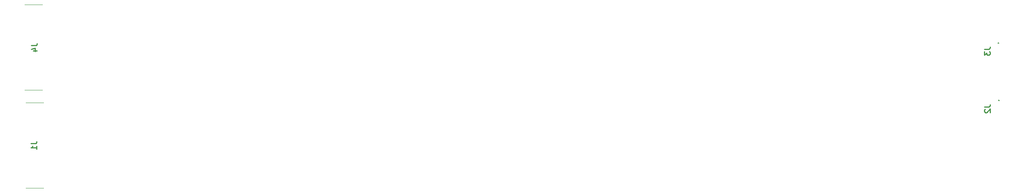
<source format=gbo>
G04 #@! TF.GenerationSoftware,KiCad,Pcbnew,6.0.8+dfsg-1~bpo11+1*
G04 #@! TF.CreationDate,2023-05-30T16:57:20-04:00*
G04 #@! TF.ProjectId,09_padded_high_res_tight,30395f70-6164-4646-9564-5f686967685f,rev?*
G04 #@! TF.SameCoordinates,Original*
G04 #@! TF.FileFunction,Legend,Bot*
G04 #@! TF.FilePolarity,Positive*
%FSLAX46Y46*%
G04 Gerber Fmt 4.6, Leading zero omitted, Abs format (unit mm)*
G04 Created by KiCad (PCBNEW 6.0.8+dfsg-1~bpo11+1) date 2023-05-30 16:57:20*
%MOMM*%
%LPD*%
G01*
G04 APERTURE LIST*
%ADD10C,0.254000*%
%ADD11C,0.200000*%
%ADD12C,0.100000*%
%ADD13C,0.050000*%
%ADD14R,1.200000X0.600000*%
%ADD15R,1.400000X0.800000*%
G04 APERTURE END LIST*
D10*
X260964523Y-82866666D02*
X261871666Y-82866666D01*
X262053095Y-82806190D01*
X262174047Y-82685238D01*
X262234523Y-82503809D01*
X262234523Y-82382857D01*
X261085476Y-83410952D02*
X261025000Y-83471428D01*
X260964523Y-83592380D01*
X260964523Y-83894761D01*
X261025000Y-84015714D01*
X261085476Y-84076190D01*
X261206428Y-84136666D01*
X261327380Y-84136666D01*
X261508809Y-84076190D01*
X262234523Y-83350476D01*
X262234523Y-84136666D01*
X51404523Y-69396666D02*
X52311666Y-69396666D01*
X52493095Y-69336190D01*
X52614047Y-69215238D01*
X52674523Y-69033809D01*
X52674523Y-68912857D01*
X51827857Y-70545714D02*
X52674523Y-70545714D01*
X51344047Y-70243333D02*
X52251190Y-69940952D01*
X52251190Y-70727142D01*
X51339523Y-90986666D02*
X52246666Y-90986666D01*
X52428095Y-90926190D01*
X52549047Y-90805238D01*
X52609523Y-90623809D01*
X52609523Y-90502857D01*
X52609523Y-92256666D02*
X52609523Y-91530952D01*
X52609523Y-91893809D02*
X51339523Y-91893809D01*
X51520952Y-91772857D01*
X51641904Y-91651904D01*
X51702380Y-91530952D01*
X260924523Y-70216666D02*
X261831666Y-70216666D01*
X262013095Y-70156190D01*
X262134047Y-70035238D01*
X262194523Y-69853809D01*
X262194523Y-69732857D01*
X260924523Y-70700476D02*
X260924523Y-71486666D01*
X261408333Y-71063333D01*
X261408333Y-71244761D01*
X261468809Y-71365714D01*
X261529285Y-71426190D01*
X261650238Y-71486666D01*
X261952619Y-71486666D01*
X262073571Y-71426190D01*
X262134047Y-71365714D01*
X262194523Y-71244761D01*
X262194523Y-70881904D01*
X262134047Y-70760952D01*
X262073571Y-70700476D01*
D11*
X264240000Y-81490000D02*
X264240000Y-81490000D01*
X264040000Y-81490000D02*
X264040000Y-81490000D01*
X264040000Y-81490000D02*
G75*
G03*
X264240000Y-81490000I100000J0D01*
G01*
X264240000Y-81490000D02*
G75*
G03*
X264040000Y-81490000I-100000J0D01*
G01*
D12*
X49940000Y-60420000D02*
X53840000Y-60420000D01*
X49940000Y-79220000D02*
X53840000Y-79220000D01*
X54110000Y-100810000D02*
X50210000Y-100810000D01*
X54110000Y-82010000D02*
X50210000Y-82010000D01*
D11*
X263940000Y-68840000D02*
X263940000Y-68840000D01*
X264140000Y-68840000D02*
X264140000Y-68840000D01*
X264140000Y-68840000D02*
G75*
G03*
X263940000Y-68840000I-100000J0D01*
G01*
X263940000Y-68840000D02*
G75*
G03*
X264140000Y-68840000I100000J0D01*
G01*
%LPC*%
D13*
X62620000Y-56810000D02*
X254620000Y-56810000D01*
X254620000Y-56810000D02*
X254620000Y-104810000D01*
X254620000Y-104810000D02*
X62620000Y-104810000D01*
X62620000Y-104810000D02*
X62620000Y-56810000D01*
G36*
X62620000Y-56810000D02*
G01*
X254620000Y-56810000D01*
X254620000Y-104810000D01*
X62620000Y-104810000D01*
X62620000Y-56810000D01*
G37*
D14*
X263090000Y-81540000D03*
X260190000Y-82040000D03*
X263090000Y-82540000D03*
X260190000Y-83040000D03*
X263090000Y-83540000D03*
X260190000Y-84040000D03*
X263090000Y-84540000D03*
X260190000Y-85040000D03*
D15*
X262990000Y-80540000D03*
X260290000Y-80540000D03*
X262990000Y-86040000D03*
X260290000Y-86040000D03*
D14*
X53490000Y-62070000D03*
X50590000Y-62570000D03*
X53490000Y-63070000D03*
X50590000Y-63570000D03*
X53490000Y-64070000D03*
X50590000Y-64570000D03*
X53490000Y-65070000D03*
X50590000Y-65570000D03*
X53490000Y-66070000D03*
X50590000Y-66570000D03*
X53490000Y-67070000D03*
X50590000Y-67570000D03*
X53490000Y-68070000D03*
X50590000Y-68570000D03*
X53490000Y-69070000D03*
X50590000Y-69570000D03*
X53490000Y-70070000D03*
X50590000Y-70570000D03*
X53490000Y-71070000D03*
X50590000Y-71570000D03*
X53490000Y-72070000D03*
X50590000Y-72570000D03*
X53490000Y-73070000D03*
X50590000Y-73570000D03*
X53490000Y-74070000D03*
X50590000Y-74570000D03*
X53490000Y-75070000D03*
X50590000Y-75570000D03*
X53490000Y-76070000D03*
X50590000Y-76570000D03*
X53490000Y-77070000D03*
X50590000Y-77570000D03*
D15*
X53390000Y-61070000D03*
X50690000Y-61070000D03*
X53390000Y-78570000D03*
X50690000Y-78570000D03*
D14*
X50560000Y-99160000D03*
X53460000Y-98660000D03*
X50560000Y-98160000D03*
X53460000Y-97660000D03*
X50560000Y-97160000D03*
X53460000Y-96660000D03*
X50560000Y-96160000D03*
X53460000Y-95660000D03*
X50560000Y-95160000D03*
X53460000Y-94660000D03*
X50560000Y-94160000D03*
X53460000Y-93660000D03*
X50560000Y-93160000D03*
X53460000Y-92660000D03*
X50560000Y-92160000D03*
X53460000Y-91660000D03*
X50560000Y-91160000D03*
X53460000Y-90660000D03*
X50560000Y-90160000D03*
X53460000Y-89660000D03*
X50560000Y-89160000D03*
X53460000Y-88660000D03*
X50560000Y-88160000D03*
X53460000Y-87660000D03*
X50560000Y-87160000D03*
X53460000Y-86660000D03*
X50560000Y-86160000D03*
X53460000Y-85660000D03*
X50560000Y-85160000D03*
X53460000Y-84660000D03*
X50560000Y-84160000D03*
X53460000Y-83660000D03*
D15*
X50660000Y-100160000D03*
X53360000Y-100160000D03*
X50660000Y-82660000D03*
X53360000Y-82660000D03*
D14*
X262990000Y-68890000D03*
X260090000Y-69390000D03*
X262990000Y-69890000D03*
X260090000Y-70390000D03*
X262990000Y-70890000D03*
X260090000Y-71390000D03*
X262990000Y-71890000D03*
X260090000Y-72390000D03*
D15*
X262890000Y-67890000D03*
X260190000Y-67890000D03*
X262890000Y-73390000D03*
X260190000Y-73390000D03*
M02*

</source>
